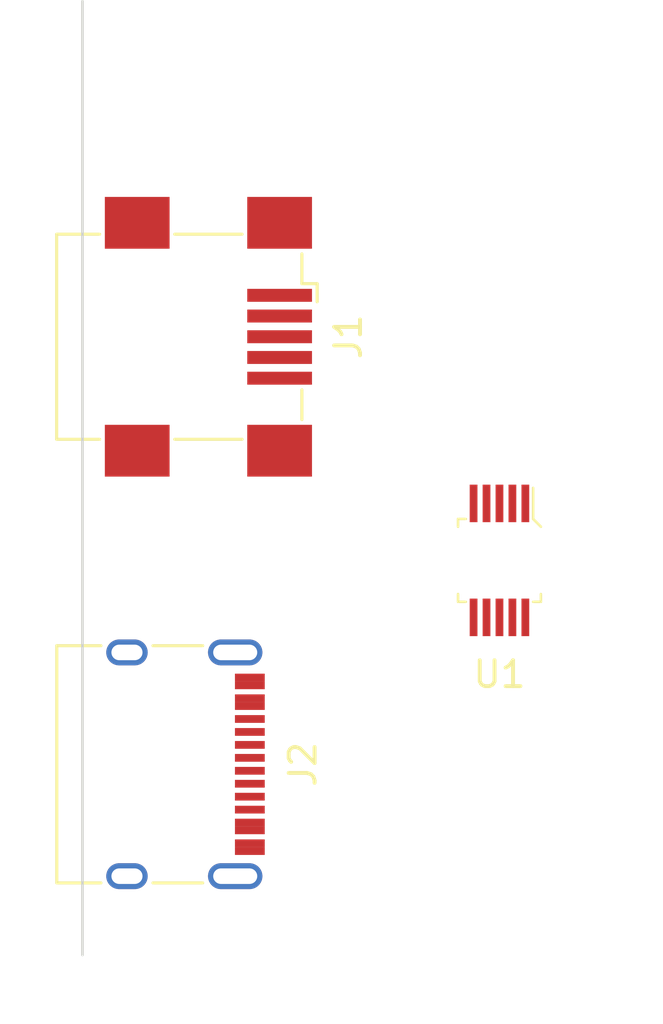
<source format=kicad_pcb>
(kicad_pcb (version 20211014) (generator pcbnew)
  (layers (0 "F.Cu" signal) (31 "B.Cu" signal) (34 "B.Paste" user) (35 "F.Paste" user) (36 "B.SilkS" user "B.Silkscreen") (37 "F.SilkS" user "F.Silkscreen") (38 "B.Mask" user) (39 "F.Mask" user) (44 "Edge.Cuts" user))
  (net 0 "")
  (net 3 "/MUSB_DN")
  (net 4 "/MUSB_DP")
  (net 7 "Net-(J2-PadA4)")
  (net 12 "GND")
  (net 13 "/USBC_DP")
  (net 14 "/USBC_DN")
  (net 16 "/USB_DN")
  (net 17 "/USB_DP")
  (footprint "digikey-footprints:MSOP-10_W3mm" (layer "F.Cu") (at 44.0436 37.338 180)
    (fp_text reference "U1" (at 0 -4.4) (layer "F.SilkS"))
    (fp_text value "TS3USB30EDGSR")
    (fp_line (start -1.3 1.6) (end -1.3 2.8) (layer "F.SilkS") (width 0.1))
    (fp_line (start 1.3 -1.6) (end 1.6 -1.6) (layer "F.SilkS") (width 0.1))
    (fp_line (start -1.6 -1.6) (end -1.3 -1.6) (layer "F.SilkS") (width 0.1))
    (fp_line (start 1.6 1.6) (end 1.3 1.6) (layer "F.SilkS") (width 0.1))
    (fp_line (start -1.6 -1.3) (end -1.6 -1.6) (layer "F.SilkS") (width 0.1))
    (fp_line (start 1.6 -1.6) (end 1.6 -1.3) (layer "F.SilkS") (width 0.1))
    (fp_line (start -1.6 1.3) (end -1.3 1.6) (layer "F.SilkS") (width 0.1))
    (fp_line (start 1.6 1.3) (end 1.6 1.6) (layer "F.SilkS") (width 0.1))
    (pad "1" smd rect locked (at -1 2.2 180) (size 0.3 1.45) (layers "F.Cu" "F.Paste" "F.Mask"))
    (pad "2" smd rect locked (at -0.5 2.2 180) (size 0.3 1.45) (layers "F.Cu" "F.Paste" "F.Mask") (net 13 "/USBC_DP"))
    (pad "3" smd rect locked (at 0 2.2 180) (size 0.3 1.45) (layers "F.Cu" "F.Paste" "F.Mask") (net 4 "/MUSB_DP"))
    (pad "4" smd rect locked (at 0.5 2.2 180) (size 0.3 1.45) (layers "F.Cu" "F.Paste" "F.Mask") (net 17 "/USB_DP"))
    (pad "5" smd rect locked (at 1 2.2 180) (size 0.3 1.45) (layers "F.Cu" "F.Paste" "F.Mask"))
    (pad "6" smd rect locked (at 1 -2.2 180) (size 0.3 1.45) (layers "F.Cu" "F.Paste" "F.Mask") (net 16 "/USB_DN"))
    (pad "7" smd rect locked (at 0.5 -2.2 180) (size 0.3 1.45) (layers "F.Cu" "F.Paste" "F.Mask") (net 3 "/MUSB_DN"))
    (pad "8" smd rect locked (at 0 -2.2 180) (size 0.3 1.45) (layers "F.Cu" "F.Paste" "F.Mask") (net 14 "/USBC_DN"))
    (pad "9" smd rect locked (at -0.5 -2.2 180) (size 0.3 1.45) (layers "F.Cu" "F.Paste" "F.Mask"))
    (pad "10" smd rect locked (at -1 -2.2 180) (size 0.3 1.45) (layers "F.Cu" "F.Paste" "F.Mask"))
  )
  (footprint "Connector_USB:USB_C_Receptacle_XKB_U262-16XN-4BVC11" (layer "F.Cu") (at 30.734 45.212 -90)
    (fp_text reference "J2" (at 0 -5.715 90) (layer "F.SilkS"))
    (fp_text value "USB_C_Receptacle_USB2.0")
    (fp_line (start -4.58 3.785) (end -4.58 2.08) (layer "F.SilkS") (width 0.12))
    (fp_line (start 4.58 3.785) (end -4.58 3.785) (layer "F.SilkS") (width 0.12))
    (fp_line (start 4.58 0.07) (end 4.58 -1.85) (layer "F.SilkS") (width 0.12))
    (fp_line (start 4.58 2.08) (end 4.58 3.785) (layer "F.SilkS") (width 0.12))
    (fp_line (start -4.58 -1.85) (end -4.58 0.07) (layer "F.SilkS") (width 0.12))
    (pad "" np_thru_hole circle locked (at -2.89 -2.605 270) (size 0.65 0.65) (drill 0.65) (layers *.Cu *.Mask))
    (pad "" np_thru_hole circle locked (at 2.89 -2.605 270) (size 0.65 0.65) (drill 0.65) (layers *.Cu *.Mask))
    (pad "A1" smd rect locked (at -3.35 -3.67 270) (size 0.3 1.15) (layers "F.Cu" "F.Paste" "F.Mask") (net 12 "GND"))
    (pad "A4" smd rect locked (at -2.55 -3.67 270) (size 0.3 1.15) (layers "F.Cu" "F.Paste" "F.Mask") (net 7 "Net-(J2-PadA4)"))
    (pad "A5" smd rect locked (at -1.25 -3.67 270) (size 0.3 1.15) (layers "F.Cu" "F.Paste" "F.Mask"))
    (pad "A6" smd rect locked (at -0.25 -3.67 270) (size 0.3 1.15) (layers "F.Cu" "F.Paste" "F.Mask") (net 13 "/USBC_DP"))
    (pad "A7" smd rect locked (at 0.25 -3.67 270) (size 0.3 1.15) (layers "F.Cu" "F.Paste" "F.Mask") (net 14 "/USBC_DN"))
    (pad "A8" smd rect locked (at 1.25 -3.67 270) (size 0.3 1.15) (layers "F.Cu" "F.Paste" "F.Mask"))
    (pad "A9" smd rect locked (at 2.55 -3.67 270) (size 0.3 1.15) (layers "F.Cu" "F.Paste" "F.Mask") (net 7 "Net-(J2-PadA4)"))
    (pad "A12" smd rect locked (at 3.35 -3.67 270) (size 0.3 1.15) (layers "F.Cu" "F.Paste" "F.Mask") (net 12 "GND"))
    (pad "B1" smd rect locked (at 3.05 -3.67 270) (size 0.3 1.15) (layers "F.Cu" "F.Paste" "F.Mask") (net 12 "GND"))
    (pad "B4" smd rect locked (at 2.25 -3.67 270) (size 0.3 1.15) (layers "F.Cu" "F.Paste" "F.Mask") (net 7 "Net-(J2-PadA4)"))
    (pad "B5" smd rect locked (at 1.75 -3.67 270) (size 0.3 1.15) (layers "F.Cu" "F.Paste" "F.Mask"))
    (pad "B6" smd rect locked (at 0.75 -3.67 270) (size 0.3 1.15) (layers "F.Cu" "F.Paste" "F.Mask") (net 13 "/USBC_DP"))
    (pad "B7" smd rect locked (at -0.75 -3.67 270) (size 0.3 1.15) (layers "F.Cu" "F.Paste" "F.Mask") (net 14 "/USBC_DN"))
    (pad "B8" smd rect locked (at -1.75 -3.67 270) (size 0.3 1.15) (layers "F.Cu" "F.Paste" "F.Mask"))
    (pad "B9" smd rect locked (at -2.25 -3.67 270) (size 0.3 1.15) (layers "F.Cu" "F.Paste" "F.Mask") (net 7 "Net-(J2-PadA4)"))
    (pad "B12" smd rect locked (at -3.05 -3.67 270) (size 0.3 1.15) (layers "F.Cu" "F.Paste" "F.Mask") (net 12 "GND"))
    (pad "S1" thru_hole oval locked (at -4.32 1.075 270) (size 1 1.6) (drill oval 0.6 1.2) (layers *.Cu *.Mask))
    (pad "S1" thru_hole oval locked (at 4.32 -3.105 270) (size 1 2.1) (drill oval 0.6 1.7) (layers *.Cu *.Mask))
    (pad "S1" thru_hole oval locked (at -4.32 -3.105 270) (size 1 2.1) (drill oval 0.6 1.7) (layers *.Cu *.Mask))
    (pad "S1" thru_hole oval locked (at 4.32 1.075 270) (size 1 1.6) (drill oval 0.6 1.2) (layers *.Cu *.Mask))
  )
  (footprint "Connector_USB:USB_Mini-B_Wuerth_65100516121_Horizontal" (layer "F.Cu") (at 32.954 28.702 -90)
    (fp_text reference "J1" (at 0 -5.25 90) (layer "F.SilkS"))
    (fp_text value "USB_B_Mini")
    (fp_line (start -3.96 6.01) (end 3.96 6.01) (layer "F.SilkS") (width 0.12))
    (fp_line (start -2.05 -4.05) (end -1.35 -4.05) (layer "F.SilkS") (width 0.12))
    (fp_line (start -3.2 -3.46) (end -2.05 -3.46) (layer "F.SilkS") (width 0.12))
    (fp_line (start 2.05 -3.46) (end 3.2 -3.46) (layer "F.SilkS") (width 0.12))
    (fp_line (start 3.96 6.01) (end 3.96 4.35) (layer "F.SilkS") (width 0.12))
    (fp_line (start 3.96 -1.15) (end 3.96 1.45) (layer "F.SilkS") (width 0.12))
    (fp_line (start -2.05 -3.46) (end -2.05 -4.05) (layer "F.SilkS") (width 0.12))
    (fp_line (start -3.96 4.35) (end -3.96 6.01) (layer "F.SilkS") (width 0.12))
    (fp_line (start -3.96 1.45) (end -3.96 -1.15) (layer "F.SilkS") (width 0.12))
    (pad "" np_thru_hole circle locked (at -2.2 0 270) (size 0.9 0.9) (drill 0.9) (layers *.Cu *.Mask))
    (pad "" np_thru_hole circle locked (at 2.2 0 270) (size 0.9 0.9) (drill 0.9) (layers *.Cu *.Mask))
    (pad "1" smd rect locked (at -1.6 -2.6 270) (size 0.5 2.5) (layers "F.Cu" "F.Paste" "F.Mask"))
    (pad "2" smd rect locked (at -0.8 -2.6 270) (size 0.5 2.5) (layers "F.Cu" "F.Paste" "F.Mask") (net 3 "/MUSB_DN"))
    (pad "3" smd rect locked (at 0 -2.6 270) (size 0.5 2.5) (layers "F.Cu" "F.Paste" "F.Mask") (net 4 "/MUSB_DP"))
    (pad "4" smd rect locked (at 0.8 -2.6 270) (size 0.5 2.5) (layers "F.Cu" "F.Paste" "F.Mask"))
    (pad "5" smd rect locked (at 1.6 -2.6 270) (size 0.5 2.5) (layers "F.Cu" "F.Paste" "F.Mask") (net 12 "GND"))
    (pad "6" smd rect locked (at -4.4 -2.6 270) (size 2 2.5) (layers "F.Cu" "F.Paste" "F.Mask"))
    (pad "6" smd rect locked (at 4.4 2.9 270) (size 2 2.5) (layers "F.Cu" "F.Paste" "F.Mask"))
    (pad "6" smd rect locked (at -4.4 2.9 270) (size 2 2.5) (layers "F.Cu" "F.Paste" "F.Mask"))
    (pad "6" smd rect locked (at 4.4 -2.6 270) (size 2 2.5) (layers "F.Cu" "F.Paste" "F.Mask"))
  )
  (gr_line (start 27.94 52.578) (end 27.94 15.748) (layer "Edge.Cuts") (width 0.1))
)
</source>
